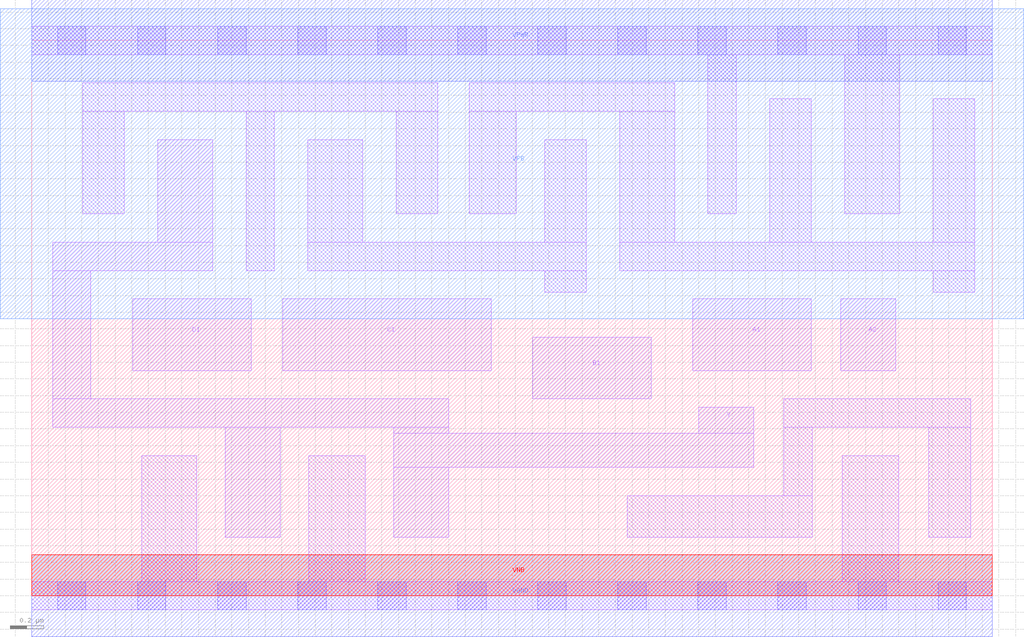
<source format=lef>
# Copyright 2020 The SkyWater PDK Authors
#
# Licensed under the Apache License, Version 2.0 (the "License");
# you may not use this file except in compliance with the License.
# You may obtain a copy of the License at
#
#     https://www.apache.org/licenses/LICENSE-2.0
#
# Unless required by applicable law or agreed to in writing, software
# distributed under the License is distributed on an "AS IS" BASIS,
# WITHOUT WARRANTIES OR CONDITIONS OF ANY KIND, either express or implied.
# See the License for the specific language governing permissions and
# limitations under the License.
#
# SPDX-License-Identifier: Apache-2.0

VERSION 5.7 ;
  NOWIREEXTENSIONATPIN ON ;
  DIVIDERCHAR "/" ;
  BUSBITCHARS "[]" ;
MACRO sky130_fd_sc_ms__a2111oi_2
  CLASS CORE ;
  FOREIGN sky130_fd_sc_ms__a2111oi_2 ;
  ORIGIN  0.000000  0.000000 ;
  SIZE  5.760000 BY  3.330000 ;
  SYMMETRY X Y ;
  SITE unit ;
  PIN A1
    ANTENNAGATEAREA  0.625200 ;
    DIRECTION INPUT ;
    USE SIGNAL ;
    PORT
      LAYER li1 ;
        RECT 3.965000 1.350000 4.675000 1.780000 ;
    END
  END A1
  PIN A2
    ANTENNAGATEAREA  0.625200 ;
    DIRECTION INPUT ;
    USE SIGNAL ;
    PORT
      LAYER li1 ;
        RECT 4.850000 1.350000 5.180000 1.780000 ;
    END
  END A2
  PIN B1
    ANTENNAGATEAREA  0.514200 ;
    DIRECTION INPUT ;
    USE SIGNAL ;
    PORT
      LAYER li1 ;
        RECT 3.005000 1.180000 3.715000 1.550000 ;
    END
  END B1
  PIN C1
    ANTENNAGATEAREA  0.514200 ;
    DIRECTION INPUT ;
    USE SIGNAL ;
    PORT
      LAYER li1 ;
        RECT 1.505000 1.350000 2.755000 1.780000 ;
    END
  END C1
  PIN D1
    ANTENNAGATEAREA  0.514200 ;
    DIRECTION INPUT ;
    USE SIGNAL ;
    PORT
      LAYER li1 ;
        RECT 0.605000 1.350000 1.315000 1.780000 ;
    END
  END D1
  PIN Y
    ANTENNADIFFAREA  0.994300 ;
    DIRECTION OUTPUT ;
    USE SIGNAL ;
    PORT
      LAYER li1 ;
        RECT 0.125000 1.010000 2.500000 1.180000 ;
        RECT 0.125000 1.180000 0.355000 1.950000 ;
        RECT 0.125000 1.950000 1.085000 2.120000 ;
        RECT 0.755000 2.120000 1.085000 2.735000 ;
        RECT 1.160000 0.350000 1.490000 1.010000 ;
        RECT 2.170000 0.350000 2.500000 0.770000 ;
        RECT 2.170000 0.770000 4.330000 0.975000 ;
        RECT 2.170000 0.975000 2.500000 1.010000 ;
        RECT 4.000000 0.975000 4.330000 1.130000 ;
    END
  END Y
  PIN VGND
    DIRECTION INOUT ;
    USE GROUND ;
    PORT
      LAYER met1 ;
        RECT 0.000000 -0.245000 5.760000 0.245000 ;
    END
  END VGND
  PIN VNB
    DIRECTION INOUT ;
    USE GROUND ;
    PORT
      LAYER pwell ;
        RECT 0.000000 0.000000 5.760000 0.245000 ;
    END
  END VNB
  PIN VPB
    DIRECTION INOUT ;
    USE POWER ;
    PORT
      LAYER nwell ;
        RECT -0.190000 1.660000 5.950000 3.520000 ;
    END
  END VPB
  PIN VPWR
    DIRECTION INOUT ;
    USE POWER ;
    PORT
      LAYER met1 ;
        RECT 0.000000 3.085000 5.760000 3.575000 ;
    END
  END VPWR
  OBS
    LAYER li1 ;
      RECT 0.000000 -0.085000 5.760000 0.085000 ;
      RECT 0.000000  3.245000 5.760000 3.415000 ;
      RECT 0.305000  2.290000 0.555000 2.905000 ;
      RECT 0.305000  2.905000 2.435000 3.075000 ;
      RECT 0.660000  0.085000 0.990000 0.840000 ;
      RECT 1.285000  1.950000 1.455000 2.905000 ;
      RECT 1.655000  1.950000 3.325000 2.120000 ;
      RECT 1.655000  2.120000 1.985000 2.735000 ;
      RECT 1.660000  0.085000 2.000000 0.840000 ;
      RECT 2.185000  2.290000 2.435000 2.905000 ;
      RECT 2.625000  2.290000 2.905000 2.905000 ;
      RECT 2.625000  2.905000 3.855000 3.075000 ;
      RECT 3.075000  1.820000 3.325000 1.950000 ;
      RECT 3.075000  2.120000 3.325000 2.735000 ;
      RECT 3.525000  1.950000 5.655000 2.120000 ;
      RECT 3.525000  2.120000 3.855000 2.905000 ;
      RECT 3.570000  0.350000 4.680000 0.600000 ;
      RECT 4.055000  2.290000 4.225000 3.245000 ;
      RECT 4.425000  2.120000 4.675000 2.980000 ;
      RECT 4.510000  0.600000 4.680000 1.010000 ;
      RECT 4.510000  1.010000 5.630000 1.180000 ;
      RECT 4.860000  0.085000 5.200000 0.840000 ;
      RECT 4.875000  2.290000 5.205000 3.245000 ;
      RECT 5.380000  0.350000 5.630000 1.010000 ;
      RECT 5.405000  1.820000 5.655000 1.950000 ;
      RECT 5.405000  2.120000 5.655000 2.980000 ;
    LAYER mcon ;
      RECT 0.155000 -0.085000 0.325000 0.085000 ;
      RECT 0.155000  3.245000 0.325000 3.415000 ;
      RECT 0.635000 -0.085000 0.805000 0.085000 ;
      RECT 0.635000  3.245000 0.805000 3.415000 ;
      RECT 1.115000 -0.085000 1.285000 0.085000 ;
      RECT 1.115000  3.245000 1.285000 3.415000 ;
      RECT 1.595000 -0.085000 1.765000 0.085000 ;
      RECT 1.595000  3.245000 1.765000 3.415000 ;
      RECT 2.075000 -0.085000 2.245000 0.085000 ;
      RECT 2.075000  3.245000 2.245000 3.415000 ;
      RECT 2.555000 -0.085000 2.725000 0.085000 ;
      RECT 2.555000  3.245000 2.725000 3.415000 ;
      RECT 3.035000 -0.085000 3.205000 0.085000 ;
      RECT 3.035000  3.245000 3.205000 3.415000 ;
      RECT 3.515000 -0.085000 3.685000 0.085000 ;
      RECT 3.515000  3.245000 3.685000 3.415000 ;
      RECT 3.995000 -0.085000 4.165000 0.085000 ;
      RECT 3.995000  3.245000 4.165000 3.415000 ;
      RECT 4.475000 -0.085000 4.645000 0.085000 ;
      RECT 4.475000  3.245000 4.645000 3.415000 ;
      RECT 4.955000 -0.085000 5.125000 0.085000 ;
      RECT 4.955000  3.245000 5.125000 3.415000 ;
      RECT 5.435000 -0.085000 5.605000 0.085000 ;
      RECT 5.435000  3.245000 5.605000 3.415000 ;
  END
END sky130_fd_sc_ms__a2111oi_2
END LIBRARY

</source>
